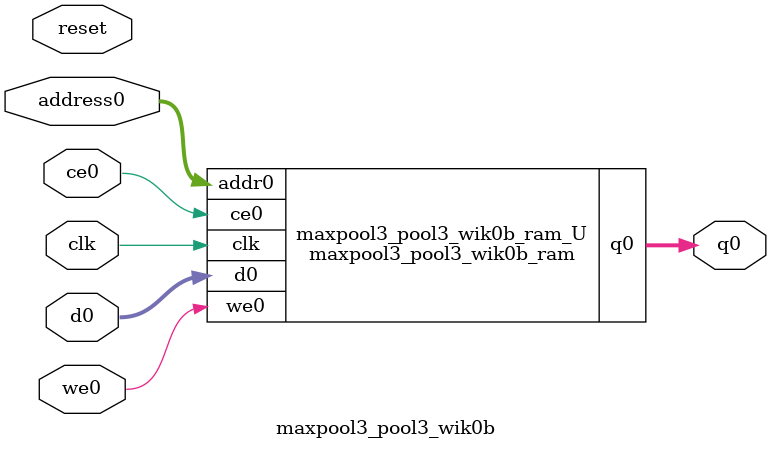
<source format=v>
`timescale 1 ns / 1 ps
module maxpool3_pool3_wik0b_ram (addr0, ce0, d0, we0, q0,  clk);

parameter DWIDTH = 5;
parameter AWIDTH = 2;
parameter MEM_SIZE = 4;

input[AWIDTH-1:0] addr0;
input ce0;
input[DWIDTH-1:0] d0;
input we0;
output reg[DWIDTH-1:0] q0;
input clk;

(* ram_style = "distributed" *)reg [DWIDTH-1:0] ram[0:MEM_SIZE-1];




always @(posedge clk)  
begin 
    if (ce0) begin
        if (we0) 
            ram[addr0] <= d0; 
        q0 <= ram[addr0];
    end
end


endmodule

`timescale 1 ns / 1 ps
module maxpool3_pool3_wik0b(
    reset,
    clk,
    address0,
    ce0,
    we0,
    d0,
    q0);

parameter DataWidth = 32'd5;
parameter AddressRange = 32'd4;
parameter AddressWidth = 32'd2;
input reset;
input clk;
input[AddressWidth - 1:0] address0;
input ce0;
input we0;
input[DataWidth - 1:0] d0;
output[DataWidth - 1:0] q0;



maxpool3_pool3_wik0b_ram maxpool3_pool3_wik0b_ram_U(
    .clk( clk ),
    .addr0( address0 ),
    .ce0( ce0 ),
    .we0( we0 ),
    .d0( d0 ),
    .q0( q0 ));

endmodule


</source>
